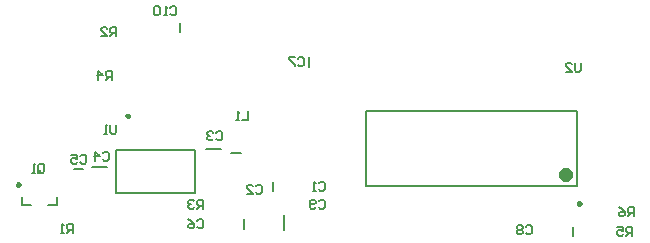
<source format=gbo>
%FSDAX23Y23*%
%MOIN*%
%SFA1B1*%

%IPPOS*%
%ADD30C,0.007900*%
%ADD32C,0.005000*%
%ADD49C,0.023600*%
%ADD50C,0.009800*%
%LNde-080717-1*%
%LPD*%
G54D30*
X05221Y02209D02*
Y02240D01*
X04532Y02375D02*
Y02625D01*
X05237Y02375D02*
Y02625D01*
X04532D02*
X05237D01*
X04532Y02375D02*
X05237D01*
X03385Y02312D02*
Y02340D01*
Y02312D02*
X03417D01*
X03504D02*
Y02340D01*
X03472Y02312D02*
X03504D01*
X03698Y02352D02*
X03961D01*
Y02497*
X03698D02*
X03961D01*
X03698Y02352D02*
Y02497D01*
X03999Y02499D02*
X04050D01*
X03911Y02889D02*
Y02920D01*
X03559Y02431D02*
X03590D01*
X03619Y02439D02*
X03670D01*
X04126Y02234D02*
Y02265D01*
X04084Y02486D02*
X04115D01*
X04260Y02229D02*
Y02280D01*
X04223Y02359D02*
Y02390D01*
X04343Y02774D02*
Y02805D01*
G54D32*
X04165Y02375D02*
X04170Y02380D01*
X04180*
X04185Y02375*
Y02355*
X04180Y02350*
X04170*
X04165Y02355*
X04135Y02350D02*
X04155D01*
X04135Y02370*
Y02375*
X04140Y02380*
X04150*
X04155Y02375*
X05248Y02786D02*
Y02761D01*
X05243Y02756*
X05233*
X05228Y02761*
Y02786*
X05198Y02756D02*
X05218D01*
X05198Y02776*
Y02781*
X05203Y02786*
X05213*
X05218Y02781*
X03700Y02580D02*
Y02555D01*
X03695Y02550*
X03685*
X03680Y02555*
Y02580*
X03670Y02550D02*
X03660D01*
X03665*
Y02580*
X03670Y02575*
X05425Y02275D02*
Y02305D01*
X05410*
X05405Y02300*
Y02290*
X05410Y02285*
X05425*
X05415D02*
X05405Y02275D01*
X05375Y02305D02*
X05385Y02300D01*
X05395Y02290*
Y02280*
X05390Y02275*
X05380*
X05375Y02280*
Y02285*
X05380Y02290*
X05395*
X05420Y02210D02*
Y02240D01*
X05405*
X05400Y02235*
Y02225*
X05405Y02220*
X05420*
X05410D02*
X05400Y02210D01*
X05370Y02240D02*
X05390D01*
Y02225*
X05380Y02230*
X05375*
X05370Y02225*
Y02215*
X05375Y02210*
X05385*
X05390Y02215*
X03685Y02730D02*
Y02760D01*
X03670*
X03665Y02755*
Y02745*
X03670Y02740*
X03685*
X03675D02*
X03665Y02730D01*
X03640D02*
Y02760D01*
X03655Y02745*
X03635*
X03990Y02300D02*
Y02330D01*
X03975*
X03970Y02325*
Y02315*
X03975Y02310*
X03990*
X03980D02*
X03970Y02300D01*
X03960Y02325D02*
X03955Y02330D01*
X03945*
X03940Y02325*
Y02320*
X03945Y02315*
X03950*
X03945*
X03940Y02310*
Y02305*
X03945Y02300*
X03955*
X03960Y02305*
X03700Y02875D02*
Y02905D01*
X03685*
X03680Y02900*
Y02890*
X03685Y02885*
X03700*
X03690D02*
X03680Y02875D01*
X03650D02*
X03670D01*
X03650Y02895*
Y02900*
X03655Y02905*
X03665*
X03670Y02900*
X03555Y02220D02*
Y02250D01*
X03540*
X03535Y02245*
Y02235*
X03540Y02230*
X03555*
X03545D02*
X03535Y02220D01*
X03525D02*
X03515D01*
X03520*
Y02250*
X03525Y02245*
X03440Y02425D02*
Y02445D01*
X03445Y02450*
X03455*
X03460Y02445*
Y02425*
X03455Y02420*
X03445*
X03450Y02430D02*
X03440Y02420D01*
X03445D02*
X03440Y02425D01*
X03430Y02420D02*
X03420D01*
X03425*
Y02450*
X03430Y02445*
X04140Y02625D02*
Y02595D01*
X04120*
X04110D02*
X04100D01*
X04105*
Y02625*
X04110Y02620*
X03880Y02970D02*
X03885Y02975D01*
X03895*
X03900Y02970*
Y02950*
X03895Y02945*
X03885*
X03880Y02950*
X03870Y02945D02*
X03860D01*
X03865*
Y02975*
X03870Y02970*
X03845D02*
X03840Y02975D01*
X03830*
X03825Y02970*
Y02950*
X03830Y02945*
X03840*
X03845Y02950*
Y02970*
X04375Y02325D02*
X04380Y02330D01*
X04390*
X04395Y02325*
Y02305*
X04390Y02300*
X04380*
X04375Y02305*
X04365D02*
X04360Y02300D01*
X04350*
X04345Y02305*
Y02325*
X04350Y02330*
X04360*
X04365Y02325*
Y02320*
X04360Y02315*
X04345*
X05065Y02240D02*
X05070Y02245D01*
X05080*
X05085Y02240*
Y02220*
X05080Y02215*
X05070*
X05065Y02220*
X05055Y02240D02*
X05050Y02245D01*
X05040*
X05035Y02240*
Y02235*
X05040Y02230*
X05035Y02225*
Y02220*
X05040Y02215*
X05050*
X05055Y02220*
Y02225*
X05050Y02230*
X05055Y02235*
Y02240*
X05050Y02230D02*
X05040D01*
X04305Y02800D02*
X04310Y02805D01*
X04320*
X04325Y02800*
Y02780*
X04320Y02775*
X04310*
X04305Y02780*
X04295Y02805D02*
X04275D01*
Y02800*
X04295Y02780*
Y02775*
X03970Y02260D02*
X03975Y02265D01*
X03985*
X03990Y02260*
Y02240*
X03985Y02235*
X03975*
X03970Y02240*
X03940Y02265D02*
X03950Y02260D01*
X03960Y02250*
Y02240*
X03955Y02235*
X03945*
X03940Y02240*
Y02245*
X03945Y02250*
X03960*
X03580Y02475D02*
X03585Y02480D01*
X03595*
X03600Y02475*
Y02455*
X03595Y02450*
X03585*
X03580Y02455*
X03550Y02480D02*
X03570D01*
Y02465*
X03560Y02470*
X03555*
X03550Y02465*
Y02455*
X03555Y02450*
X03565*
X03570Y02455*
X03655Y02485D02*
X03660Y02490D01*
X03670*
X03675Y02485*
Y02465*
X03670Y02460*
X03660*
X03655Y02465*
X03630Y02460D02*
Y02490D01*
X03645Y02475*
X03625*
X04034Y02554D02*
X04039Y02559D01*
X04049*
X04054Y02554*
Y02534*
X04049Y02529*
X04039*
X04034Y02534*
X04024Y02554D02*
X04019Y02559D01*
X04009*
X04004Y02554*
Y02549*
X04009Y02544*
X04014*
X04009*
X04004Y02539*
Y02534*
X04009Y02529*
X04019*
X04024Y02534*
X04375Y02385D02*
X04380Y02390D01*
X04390*
X04395Y02385*
Y02365*
X04390Y02360*
X04380*
X04375Y02365*
X04365Y02360D02*
X04355D01*
X04360*
Y02390*
X04365Y02385*
G54D49*
X05209Y02414D02*
D01*
X05209Y02415*
X05209Y02416*
X05209Y02416*
X05209Y02417*
X05209Y02418*
X05208Y02419*
X05208Y02419*
X05208Y02420*
X05207Y02421*
X05207Y02421*
X05206Y02422*
X05205Y02423*
X05205Y02423*
X05204Y02424*
X05203Y02424*
X05203Y02425*
X05202Y02425*
X05201Y02425*
X05200Y02425*
X05200Y02426*
X05199Y02426*
X05198Y02426*
X05197*
X05196Y02426*
X05195Y02426*
X05195Y02425*
X05194Y02425*
X05193Y02425*
X05192Y02425*
X05192Y02424*
X05191Y02424*
X05190Y02423*
X05190Y02423*
X05189Y02422*
X05188Y02421*
X05188Y02421*
X05187Y02420*
X05187Y02419*
X05187Y02419*
X05186Y02418*
X05186Y02417*
X05186Y02416*
X05186Y02416*
X05186Y02415*
X05186Y02414*
X05186Y02413*
X05186Y02412*
X05186Y02411*
X05186Y02411*
X05186Y02410*
X05187Y02409*
X05187Y02408*
X05187Y02408*
X05188Y02407*
X05188Y02406*
X05189Y02406*
X05190Y02405*
X05190Y02405*
X05191Y02404*
X05192Y02404*
X05192Y02403*
X05193Y02403*
X05194Y02403*
X05195Y02402*
X05195Y02402*
X05196Y02402*
X05197Y02402*
X05198*
X05199Y02402*
X05200Y02402*
X05200Y02402*
X05201Y02403*
X05202Y02403*
X05203Y02403*
X05203Y02404*
X05204Y02404*
X05205Y02405*
X05205Y02405*
X05206Y02406*
X05207Y02406*
X05207Y02407*
X05208Y02408*
X05208Y02408*
X05208Y02409*
X05209Y02410*
X05209Y02411*
X05209Y02411*
X05209Y02412*
X05209Y02413*
X05209Y02414*
G54D50*
X05248Y02318D02*
D01*
X05248Y02319*
X05248Y02319*
X05248Y02319*
X05248Y02320*
X05248Y02320*
X05247Y02320*
X05247Y02321*
X05247Y02321*
X05247Y02321*
X05247Y02322*
X05247Y02322*
X05246Y02322*
X05246Y02322*
X05246Y02322*
X05245Y02323*
X05245Y02323*
X05245Y02323*
X05245Y02323*
X05244Y02323*
X05244Y02323*
X05244Y02323*
X05243Y02323*
X05243*
X05242Y02323*
X05242Y02323*
X05242Y02323*
X05241Y02323*
X05241Y02323*
X05241Y02323*
X05241Y02323*
X05240Y02322*
X05240Y02322*
X05240Y02322*
X05239Y02322*
X05239Y02322*
X05239Y02321*
X05239Y02321*
X05239Y02321*
X05239Y02320*
X05238Y02320*
X05238Y02320*
X05238Y02319*
X05238Y02319*
X05238Y02319*
X05238Y02318*
X05238Y02318*
X05238Y02318*
X05238Y02317*
X05238Y02317*
X05238Y02317*
X05239Y02316*
X05239Y02316*
X05239Y02316*
X05239Y02316*
X05239Y02315*
X05239Y02315*
X05240Y02315*
X05240Y02315*
X05240Y02314*
X05241Y02314*
X05241Y02314*
X05241Y02314*
X05241Y02314*
X05242Y02314*
X05242Y02314*
X05242Y02314*
X05243Y02314*
X05243*
X05244Y02314*
X05244Y02314*
X05244Y02314*
X05245Y02314*
X05245Y02314*
X05245Y02314*
X05245Y02314*
X05246Y02314*
X05246Y02315*
X05246Y02315*
X05247Y02315*
X05247Y02315*
X05247Y02316*
X05247Y02316*
X05247Y02316*
X05247Y02316*
X05248Y02317*
X05248Y02317*
X05248Y02317*
X05248Y02318*
X05248Y02318*
X05248Y02318*
X03379Y02381D02*
D01*
X03379Y02381*
X03379Y02381*
X03378Y02382*
X03378Y02382*
X03378Y02382*
X03378Y02383*
X03378Y02383*
X03378Y02383*
X03378Y02384*
X03377Y02384*
X03377Y02384*
X03377Y02384*
X03377Y02385*
X03376Y02385*
X03376Y02385*
X03376Y02385*
X03376Y02385*
X03375Y02385*
X03375Y02386*
X03375Y02386*
X03374Y02386*
X03374Y02386*
X03374*
X03373Y02386*
X03373Y02386*
X03373Y02386*
X03372Y02385*
X03372Y02385*
X03372Y02385*
X03371Y02385*
X03371Y02385*
X03371Y02385*
X03370Y02384*
X03370Y02384*
X03370Y02384*
X03370Y02384*
X03370Y02383*
X03369Y02383*
X03369Y02383*
X03369Y02382*
X03369Y02382*
X03369Y02382*
X03369Y02381*
X03369Y02381*
X03369Y02381*
X03369Y02380*
X03369Y02380*
X03369Y02380*
X03369Y02379*
X03369Y02379*
X03369Y02379*
X03369Y02378*
X03370Y02378*
X03370Y02378*
X03370Y02378*
X03370Y02377*
X03370Y02377*
X03371Y02377*
X03371Y02377*
X03371Y02377*
X03372Y02376*
X03372Y02376*
X03372Y02376*
X03373Y02376*
X03373Y02376*
X03373Y02376*
X03374Y02376*
X03374*
X03374Y02376*
X03375Y02376*
X03375Y02376*
X03375Y02376*
X03376Y02376*
X03376Y02376*
X03376Y02377*
X03376Y02377*
X03377Y02377*
X03377Y02377*
X03377Y02377*
X03377Y02378*
X03378Y02378*
X03378Y02378*
X03378Y02378*
X03378Y02379*
X03378Y02379*
X03378Y02379*
X03378Y02380*
X03379Y02380*
X03379Y02380*
X03379Y02381*
X03744Y02610D02*
D01*
X03744Y02610*
X03744Y02610*
X03744Y02611*
X03744Y02611*
X03744Y02611*
X03743Y02611*
X03743Y02612*
X03743Y02612*
X03743Y02612*
X03743Y02613*
X03743Y02613*
X03742Y02613*
X03742Y02613*
X03742Y02614*
X03741Y02614*
X03741Y02614*
X03741Y02614*
X03741Y02614*
X03740Y02614*
X03740Y02614*
X03740Y02614*
X03739Y02614*
X03739*
X03738Y02614*
X03738Y02614*
X03738Y02614*
X03737Y02614*
X03737Y02614*
X03737Y02614*
X03737Y02614*
X03736Y02614*
X03736Y02613*
X03736Y02613*
X03735Y02613*
X03735Y02613*
X03735Y02612*
X03735Y02612*
X03735Y02612*
X03735Y02611*
X03734Y02611*
X03734Y02611*
X03734Y02611*
X03734Y02610*
X03734Y02610*
X03734Y02610*
X03734Y02609*
X03734Y02609*
X03734Y02608*
X03734Y02608*
X03734Y02608*
X03735Y02608*
X03735Y02607*
X03735Y02607*
X03735Y02607*
X03735Y02606*
X03735Y02606*
X03736Y02606*
X03736Y02606*
X03736Y02605*
X03737Y02605*
X03737Y02605*
X03737Y02605*
X03737Y02605*
X03738Y02605*
X03738Y02605*
X03738Y02605*
X03739Y02605*
X03739*
X03740Y02605*
X03740Y02605*
X03740Y02605*
X03741Y02605*
X03741Y02605*
X03741Y02605*
X03741Y02605*
X03742Y02605*
X03742Y02606*
X03742Y02606*
X03743Y02606*
X03743Y02606*
X03743Y02607*
X03743Y02607*
X03743Y02607*
X03743Y02608*
X03744Y02608*
X03744Y02608*
X03744Y02608*
X03744Y02609*
X03744Y02609*
X03744Y02610*
M02*
</source>
